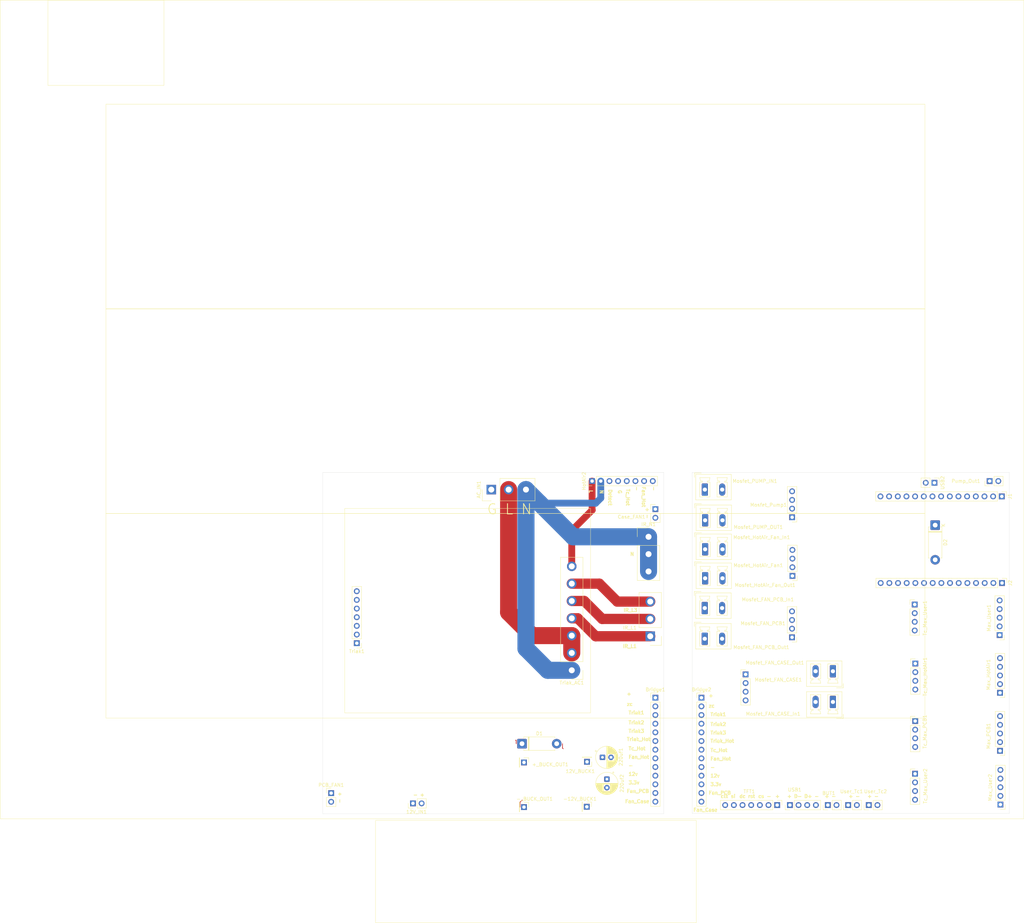
<source format=kicad_pcb>
(kicad_pcb (version 20241229) (generator "pcbnew") (generator_version "9.0")
  (layers (0 "F.Cu" signal) (2 "B.Cu" signal) (13 "F.Paste" user) (15 "B.Paste" user) (5 "F.SilkS" user "F.Silkscreen") (7 "B.SilkS" user "B.Silkscreen") (1 "F.Mask" user) (3 "B.Mask" user) (25 "Edge.Cuts" user))
  (net 0 "")
  (net 1 "TFT_CS")
  (net 2 "TFT_RST")
  (net 3 "Buttons")
  (net 4 "3.3v")
  (net 5 "TFT_DC")
  (net 8 "TFT_MOSI")
  (net 9 "TFT_CLK")
  (net 10 "PWM_Pump")
  (net 11 "So_Max")
  (net 12 "cs_Max3")
  (net 13 "sck_Max")
  (net 15 "Net-(+_BUCK_OUT1-Pin_1)")
  (net 16 "PUMP_p")
  (net 18 "IR_1_L")
  (net 19 "IR_2_L")
  (net 20 "IR_3_L")
  (net 21 "N")
  (net 22 "L")
  (net 23 "HotAir_L")
  (net 24 "Ziemia")
  (net 26 "PCB_FAN_Z")
  (net 27 "12V_P_Z")
  (net 28 "12V_GND_Z")
  (net 29 "HotAir_Tc_P_Z")
  (net 30 "Buck_5v_P_Z")
  (net 31 "ZC_Z")
  (net 32 "IR_TRIAK_3_Z")
  (net 33 "IR_TRIAK_1_Z")
  (net 34 "HotAir_Fan_P_Z")
  (net 35 "IR_TRIAK_2_Z")
  (net 36 "HotAir_Triak_1_Z")
  (net 37 "ESP_3V3_Z")
  (net 38 "Case_FAN_Z")
  (net 39 "Buck_5v_P_M")
  (net 40 "HotAir_Fan_P_M")
  (net 41 "12V_GND_M")
  (net 42 "12V_P_M")
  (net 47 "PCB_FAN_M")
  (net 48 "HotAir_Tc_P_M")
  (net 49 "Case_FAN_M")
  (net 50 "PWM_HotAir_Fan")
  (net 51 "cs_Max_HotAir")
  (net 52 "cs_Max_PCB")
  (net 53 "PWM_FAN_CASE")
  (net 57 "PWM_FAN_PCB")
  (net 59 "Net-(D2-A)")
  (net 60 "Data_P")
  (net 61 "Data_M")
  (net 62 "ZC_M")
  (net 63 "HotAir_Triak_1_M")
  (net 64 "IR_TRIAK_2_M")
  (net 65 "IR_TRIAK_1_M")
  (net 66 "IR_TRIAK_3_M")
  (net 67 "IR_TRIAK_1_m")
  (net 69 "User_TC_P_M")
  (net 70 "1_PCB_Tc_P_M")
  (net 77 "cs_Max4")
  (net 80 "User2_TC_P_M")
  (footprint "Connector_Samtec_HPM_THT:Samtec_HPM-03-01-x-S_Straight_1x03_Pitch5.08mm" (layer "F.Cu") (at 237 325.34)
    (property "Reference" "IR_N1" (at 0 -3.65 0) (layer "F.SilkS"))
    (property "Value" "Conn_01x03_Pin" (hide yes))
    (pad "1" thru_hole rect (at 0 0) (size 2.8 2.8) (drill 1.75) (layers "*.Cu" "*.Mask") (net 21 "N"))
    (pad "2" thru_hole circle (at 0 5.08) (size 2.8 2.8) (drill 1.75) (layers "*.Cu" "*.Mask") (net 21 "N"))
    (pad "3" thru_hole circle (at 0 10.16) (size 2.8 2.8) (drill 1.75) (layers "*.Cu" "*.Mask") (net 21 "N"))
  )
  (footprint "Connector_PinHeader_2.54mm:PinHeader_1x02_P2.54mm_Vertical" (layer "F.Cu") (at 289.54 404 90)
    (property "Reference" "BUT1" (at 3.5 0.275 180) (layer "F.SilkS"))
    (property "Value" "Conn_01x02_Pin" (hide yes))
    (pad "1" thru_hole rect (at 0 0 90) (size 1.7 1.7) (drill 1) (layers "*.Cu" "*.Mask") (net 3 "Buttons"))
    (pad "2" thru_hole circle (at 0 2.54 90) (size 1.7 1.7) (drill 1) (layers "*.Cu" "*.Mask") (net 41 "12V_GND_M"))
  )
  (footprint "Connector_PinHeader_2.54mm:PinHeader_1x04_P2.54mm_Vertical" (layer "F.Cu") (at 278.42 404 90)
    (property "Reference" "USB1" (at 4.5 1.395 180) (layer "F.SilkS"))
    (property "Value" "Conn_01x04_Pin" (hide yes))
    (pad "1" thru_hole rect (at 0 0 90) (size 1.7 1.7) (drill 1) (layers "*.Cu" "*.Mask") (net 59 "Net-(D2-A)"))
    (pad "2" thru_hole circle (at 0 2.54 90) (size 1.7 1.7) (drill 1) (layers "*.Cu" "*.Mask") (net 61 "Data_M"))
    (pad "3" thru_hole circle (at 0 5.08 90) (size 1.7 1.7) (drill 1) (layers "*.Cu" "*.Mask") (net 60 "Data_P"))
    (pad "4" thru_hole circle (at 0 7.62 90) (size 1.7 1.7) (drill 1) (layers "*.Cu" "*.Mask") (net 41 "12V_GND_M"))
  )
  (footprint "Diode_THT:D_5W_P10.16mm_Horizontal" (layer "F.Cu") (at 199.92 386)
    (property "Reference" "D1" (at 5.08 -2.97 0) (layer "F.SilkS"))
    (property "Value" "D_Zener")
    (pad "1" thru_hole roundrect (at 0 0) (size 2.8 2.8) (drill 1.4) (layers "*.Cu" "*.Mask") (roundrect_rratio 0.089286) (net 30 "Buck_5v_P_Z"))
    (pad "2" thru_hole circle (at 10.16 0) (size 2.8 2.8) (drill 1.4) (layers "*.Cu" "*.Mask") (net 15 "Net-(+_BUCK_OUT1-Pin_1)"))
  )
  (footprint "Connector_PinHeader_2.54mm:PinHeader_1x01_P2.54mm_Vertical" (layer "F.Cu") (at 218.97 391.31 180)
    (property "Reference" "12V_BUCK1" (at 1.97 -2.79 180) (layer "F.SilkS"))
    (property "Value" "Conn_01x01_Pin" (hide yes))
    (pad "1" thru_hole rect (at 0 0 180) (size 1.7 1.7) (drill 1) (layers "*.Cu" "*.Mask") (net 27 "12V_P_Z"))
  )
  (footprint "Connector_PinHeader_2.54mm:PinHeader_1x04_P2.54mm_Vertical" (layer "F.Cu") (at 315.175587 362.492803)
    (property "Reference" "Tc_Max_HotAir1" (at 2.849413 3.882197 90) (layer "F.SilkS"))
    (property "Value" "Conn_01x04_Pin" (hide yes))
    (pad "1" thru_hole rect (at 0 0) (size 1.7 1.7) (drill 1) (layers "*.Cu" "*.Mask") (net 41 "12V_GND_M"))
    (pad "2" thru_hole circle (at 0 2.54) (size 1.7 1.7) (drill 1) (layers "*.Cu" "*.Mask"))
    (pad "3" thru_hole circle (at 0 5.08) (size 1.7 1.7) (drill 1) (layers "*.Cu" "*.Mask"))
    (pad "4" thru_hole circle (at 0 7.62) (size 1.7 1.7) (drill 1) (layers "*.Cu" "*.Mask") (net 48 "HotAir_Tc_P_M"))
  )
  (footprint "Connector_PinHeader_2.54mm:PinHeader_1x05_P2.54mm_Vertical" (layer "F.Cu") (at 340 371.08 180)
    (property "Reference" "Max_HotAir1" (at 3.395 5.34 90) (layer "F.SilkS"))
    (property "Value" "Conn_01x05" (hide yes))
    (pad "1" thru_hole rect (at 0 0 180) (size 1.7 1.7) (drill 1) (layers "*.Cu" "*.Mask") (net 41 "12V_GND_M"))
    (pad "2" thru_hole circle (at 0 2.54 180) (size 1.7 1.7) (drill 1) (layers "*.Cu" "*.Mask") (net 4 "3.3v"))
    (pad "3" thru_hole circle (at 0 5.08 180) (size 1.7 1.7) (drill 1) (layers "*.Cu" "*.Mask") (net 13 "sck_Max"))
    (pad "4" thru_hole circle (at 0 7.62 180) (size 1.7 1.7) (drill 1) (layers "*.Cu" "*.Mask") (net 51 "cs_Max_HotAir"))
    (pad "5" thru_hole circle (at 0 10.16 180) (size 1.7 1.7) (drill 1) (layers "*.Cu" "*.Mask") (net 11 "So_Max"))
  )
  (footprint "Connector_PinHeader_2.54mm:PinHeader_1x13_P2.54mm_Vertical" (layer "F.Cu") (at 239 372.52)
    (property "Reference" "Bridge1" (at 0 -2.38 0) (layer "F.SilkS"))
    (property "Value" "Conn_01x13_Pin" (hide yes))
    (pad "1" thru_hole rect (at 0 0) (size 1.7 1.7) (drill 1) (layers "*.Cu" "*.Mask") (net 30 "Buck_5v_P_Z"))
    (pad "2" thru_hole circle (at 0 2.54) (size 1.7 1.7) (drill 1) (layers "*.Cu" "*.Mask") (net 31 "ZC_Z"))
    (pad "3" thru_hole circle (at 0 5.08) (size 1.7 1.7) (drill 1) (layers "*.Cu" "*.Mask") (net 67 "IR_TRIAK_1_m"))
    (pad "4" thru_hole circle (at 0 7.62) (size 1.7 1.7) (drill 1) (layers "*.Cu" "*.Mask") (net 35 "IR_TRIAK_2_Z"))
    (pad "5" thru_hole circle (at 0 10.16) (size 1.7 1.7) (drill 1) (layers "*.Cu" "*.Mask") (net 32 "IR_TRIAK_3_Z"))
    (pad "6" thru_hole circle (at 0 12.7) (size 1.7 1.7) (drill 1) (layers "*.Cu" "*.Mask") (net 36 "HotAir_Triak_1_Z"))
    (pad "7" thru_hole circle (at 0 15.24) (size 1.7 1.7) (drill 1) (layers "*.Cu" "*.Mask") (net 29 "HotAir_Tc_P_Z"))
    (pad "8" thru_hole circle (at 0 17.78) (size 1.7 1.7) (drill 1) (layers "*.Cu" "*.Mask") (net 34 "HotAir_Fan_P_Z"))
    (pad "9" thru_hole circle (at 0 20.32) (size 1.7 1.7) (drill 1) (layers "*.Cu" "*.Mask") (net 28 "12V_GND_Z"))
    (pad "10" thru_hole circle (at 0 22.86) (size 1.7 1.7) (drill 1) (layers "*.Cu" "*.Mask") (net 27 "12V_P_Z"))
    (pad "11" thru_hole circle (at 0 25.4) (size 1.7 1.7) (drill 1) (layers "*.Cu" "*.Mask") (net 37 "ESP_3V3_Z"))
    (pad "12" thru_hole circle (at 0 27.94) (size 1.7 1.7) (drill 1) (layers "*.Cu" "*.Mask") (net 26 "PCB_FAN_Z"))
    (pad "13" thru_hole circle (at 0 30.48) (size 1.7 1.7) (drill 1) (layers "*.Cu" "*.Mask") (net 38 "Case_FAN_Z"))
  )
  (footprint "Connector_Phoenix_MC_HighVoltage:PhoenixContact_MCV_1,5_2-G-5.08_1x02_P5.08mm_Vertical" (layer "F.Cu") (at 291.0275 373.7625 180)
    (property "Reference" "Mosfet_FAN_CASE_In1" (at 17.5 -3.5 0) (layer "F.SilkS"))
    (property "Value" "Conn_01x02_Pin" (hide yes))
    (pad "1" thru_hole roundrect (at 0 0 180) (size 1.8 3.6) (drill 1.2) (layers "*.Cu" "*.Mask") (roundrect_rratio 0.138889) (net 42 "12V_P_M"))
    (pad "2" thru_hole oval (at 5.08 0 180) (size 1.8 3.6) (drill 1.2) (layers "*.Cu" "*.Mask") (net 41 "12V_GND_M"))
  )
  (footprint "Connector_PinHeader_2.54mm:PinHeader_1x15_P2.54mm_Vertical" (layer "F.Cu") (at 340.52 313.5 -90)
    (property "Reference" "J1" (at 0 -2.38 90) (layer "F.SilkS"))
    (property "Value" "Conn_01x15_Socket" (hide yes))
    (pad "1" thru_hole rect (at 0 0 270) (size 1.7 1.7) (drill 1) (layers "*.Cu" "*.Mask") (net 4 "3.3v"))
    (pad "2" thru_hole circle (at 0 2.54 270) (size 1.7 1.7) (drill 1) (layers "*.Cu" "*.Mask") (net 41 "12V_GND_M"))
    (pad "3" thru_hole circle (at 0 5.08 270) (size 1.7 1.7) (drill 1) (layers "*.Cu" "*.Mask") (net 1 "TFT_CS"))
    (pad "4" thru_hole circle (at 0 7.62 270) (size 1.7 1.7) (drill 1) (layers "*.Cu" "*.Mask") (net 5 "TFT_DC"))
    (pad "5" thru_hole circle (at 0 10.16 270) (size 1.7 1.7) (drill 1) (layers "*.Cu" "*.Mask") (net 2 "TFT_RST"))
    (pad "6" thru_hole circle (at 0 12.7 270) (size 1.7 1.7) (drill 1) (layers "*.Cu" "*.Mask"))
    (pad "7" thru_hole circle (at 0 15.24 270) (size 1.7 1.7) (drill 1) (layers "*.Cu" "*.Mask") (net 77 "cs_Max4"))
    (pad "8" thru_hole circle (at 0 17.78 270) (size 1.7 1.7) (drill 1) (layers "*.Cu" "*.Mask") (net 53 "PWM_FAN_CASE"))
    (pad "9" thru_hole circle (at 0 20.32 270) (size 1.7 1.7) (drill 1) (layers "*.Cu" "*.Mask") (net 9 "TFT_CLK"))
    (pad "10" thru_hole circle (at 0 22.86 270) (size 1.7 1.7) (drill 1) (layers "*.Cu" "*.Mask") (net 63 "HotAir_Triak_1_M"))
    (pad "11" thru_hole circle (at 0 25.4 270) (size 1.7 1.7) (drill 1) (layers "*.Cu" "*.Mask") (net 65 "IR_TRIAK_1_M"))
    (pad "12" thru_hole circle (at 0 27.94 270) (size 1.7 1.7) (drill 1) (layers "*.Cu" "*.Mask"))
    (pad "13" thru_hole circle (at 0 30.48 270) (size 1.7 1.7) (drill 1) (layers "*.Cu" "*.Mask"))
    (pad "14" thru_hole circle (at 0 33.02 270) (size 1.7 1.7) (drill 1) (layers "*.Cu" "*.Mask") (net 64 "IR_TRIAK_2_M"))
    (pad "15" thru_hole circle (at 0 35.56 270) (size 1.7 1.7) (drill 1) (layers "*.Cu" "*.Mask") (net 8 "TFT_MOSI"))
  )
  (footprint "Connector_PinHeader_2.54mm:PinHeader_1x02_P2.54mm_Vertical" (layer "F.Cu") (at 320.775 309.5 -90)
    (property "Reference" "USB2" (at 0 -2.38 90) (layer "F.SilkS"))
    (property "Value" "Conn_01x02_Pin" (hide yes))
    (pad "1" thru_hole rect (at 0 0 270) (size 1.7 1.7) (drill 1) (layers "*.Cu" "*.Mask") (net 60 "Data_P"))
    (pad "2" thru_hole circle (at 0 2.54 270) (size 1.7 1.7) (drill 1) (layers "*.Cu" "*.Mask") (net 61 "Data_M"))
  )
  (footprint "Connector_PinHeader_2.54mm:PinHeader_1x04_P2.54mm_Vertical" (layer "F.Cu") (at 279.08 319.62 180)
    (property "Reference" "Mosfet_Pump1" (at 6.92 3.62 0) (layer "F.SilkS"))
    (property "Value" "Conn_01x04_Pin" (hide yes))
    (pad "1" thru_hole rect (at 0 0 180) (size 1.7 1.7) (drill 1) (layers "*.Cu" "*.Mask") (net 10 "PWM_Pump"))
    (pad "2" thru_hole circle (at 0 2.54 180) (size 1.7 1.7) (drill 1) (layers "*.Cu" "*.Mask"))
    (pad "3" thru_hole circle (at 0 5.08 180) (size 1.7 1.7) (drill 1) (layers "*.Cu" "*.Mask"))
    (pad "4" thru_hole circle (at 0 7.62 180) (size 1.7 1.7) (drill 1) (layers "*.Cu" "*.Mask") (net 41 "12V_GND_M"))
  )
  (footprint "Connector_PinHeader_2.54mm:PinHeader_1x08_P2.54mm_Vertical" (layer "F.Cu") (at 220.46 309 90)
    (property "Reference" "HotAir2" (at 0 -2.38 90) (layer "F.SilkS"))
    (property "Value" "Conn_01x08_Pin" (hide yes))
    (pad "1" thru_hole rect (at 0 0 90) (size 1.7 1.7) (drill 1) (layers "*.Cu" "*.Mask") (net 23 "HotAir_L"))
    (pad "2" thru_hole circle (at 0 2.54 90) (size 1.7 1.7) (drill 1) (layers "*.Cu" "*.Mask") (net 21 "N"))
    (pad "3" thru_hole circle (at 0 5.08 90) (size 1.7 1.7) (drill 1) (layers "*.Cu" "*.Mask"))
    (pad "4" thru_hole circle (at 0 7.62 90) (size 1.7 1.7) (drill 1) (layers "*.Cu" "*.Mask") (net 24 "Ziemia"))
    (pad "5" thru_hole circle (at 0 10.16 90) (size 1.7 1.7) (drill 1) (layers "*.Cu" "*.Mask") (net 29 "HotAir_Tc_P_Z"))
    (pad "6" thru_hole circle (at 0 12.7 90) (size 1.7 1.7) (drill 1) (layers "*.Cu" "*.Mask") (net 28 "12V_GND_Z"))
    (pad "7" thru_hole circle (at 0 15.24 90) (size 1.7 1.7) (drill 1) (layers "*.Cu" "*.Mask") (net 34 "HotAir_Fan_P_Z"))
    (pad "8" thru_hole circle (at 0 17.78 90) (size 1.7 1.7) (drill 1) (layers "*.Cu" "*.Mask") (net 28 "12V_GND_Z"))
  )
  (footprint "Connector_PinHeader_2.54mm:PinHeader_1x02_P2.54mm_Vertical" (layer "F.Cu") (at 144 400.5)
    (property "Reference" "PCB_FAN1" (at 0 -2.38 0) (layer "F.SilkS"))
    (property "Value" "Conn_01x02_Pin" (hide yes))
    (pad "1" thru_hole rect (at 0 0) (size 1.7 1.7) (drill 1) (layers "*.Cu" "*.Mask") (net 26 "PCB_FAN_Z"))
    (pad "2" thru_hole circle (at 0 2.54) (size 1.7 1.7) (drill 1) (layers "*.Cu" "*.Mask") (net 28 "12V_GND_Z"))
  )
  (footprint "Connector_Phoenix_MC_HighVoltage:PhoenixContact_MCV_1,5_2-G-5.08_1x02_P5.08mm_Vertical" (layer "F.Cu") (at 291.0275 364.7625 180)
    (property "Reference" "Mosfet_FAN_CASE_Out1" (at 17 2.5 0) (layer "F.SilkS"))
    (property "Value" "Conn_01x02_Pin" (hide yes))
    (pad "1" thru_hole roundrect (at 0 0 180) (size 1.8 3.6) (drill 1.2) (layers "*.Cu" "*.Mask") (roundrect_rratio 0.138889) (net 49 "Case_FAN_M"))
    (pad "2" thru_hole oval (at 5.08 0 180) (size 1.8 3.6) (drill 1.2) (layers "*.Cu" "*.Mask") (net 41 "12V_GND_M"))
  )
  (footprint "Connector_PinHeader_2.54mm:PinHeader_1x01_P2.54mm_Vertical" (layer "F.Cu") (at 200.5 404.6 -90)
    (property "Reference" "-_BUCK_OUT1" (at -2.4 -3.1 180) (layer "F.SilkS"))
    (property "Value" "Conn_01x01_Pin" (hide yes))
    (pad "1" thru_hole rect (at 0 0 270) (size 1.7 1.7) (drill 1) (layers "*.Cu" "*.Mask") (net 28 "12V_GND_Z"))
  )
  (footprint "Connector_Phoenix_MC_HighVoltage:PhoenixContact_MCV_1,5_2-G-5.08_1x02_P5.08mm_Vertical" (layer "F.Cu") (at 253.58 337.5)
    (property "Reference" "Mosfet_HotAir_Fan_Out1" (at 17.58 2 0) (layer "F.SilkS"))
    (property "Value" "Conn_01x02_Pin" (hide yes))
    (pad "1" thru_hole roundrect (at 0 0) (size 1.8 3.6) (drill 1.2) (layers "*.Cu" "*.Mask") (roundrect_rratio 0.138889) (net 40 "HotAir_Fan_P_M"))
    (pad "2" thru_hole oval (at 5.08 0) (size 1.8 3.6) (drill 1.2) (layers "*.Cu" "*.Mask") (net 41 "12V_GND_M"))
  )
  (footprint "Diode_THT:D_5W_P10.16mm_Horizontal" (layer "F.Cu") (at 321 321.92 -90)
    (property "Reference" "D2" (at 5.08 -2.97 90) (layer "F.SilkS"))
    (property "Value" "D_Zener" (hide yes))
    (fp_text user "K" (at 0 -2.4 90) (layer "F.SilkS"))
    (pad "1" thru_hole roundrect (at 0 0 270) (size 2.8 2.8) (drill 1.4) (layers "*.Cu" "*.Mask") (roundrect_rratio 0.089286) (net 39 "Buck_5v_P_M"))
    (pad "2" thru_hole circle (at 10.16 0 270) (size 2.8 2.8) (drill 1.4) (layers "*.Cu" "*.Mask") (net 59 "Net-(D2-A)"))
  )
  (footprint "Connector_PinHeader_2.54mm:PinHeader_1x05_P2.54mm_Vertical" (layer "F.Cu") (at 340.11 403.85 180)
    (property "Reference" "Max_User2" (at 3 5 90) (layer "F.SilkS"))
    (property "Value" "Conn_01x05" (hide yes))
    (pad "1" thru_hole rect (at 0 0 180) (size 1.7 1.7) (drill 1) (layers "*.Cu" "*.Mask") (net 41 "12V_GND_M"))
    (pad "2" thru_hole circle (at 0 2.54 180) (size 1.7 1.7) (drill 1) (layers "*.Cu" "*.Mask") (net 4 "3.3v"))
    (pad "3" thru_hole circle (at 0 5.08 180) (size 1.7 1.7) (drill 1) (layers "*.Cu" "*.Mask") (net 13 "sck_Max"))
    (pad "4" thru_hole circle (at 0 7.62 180) (size 1.7 1.7) (drill 1) (layers "*.Cu" "*.Mask") (net 77 "cs_Max4"))
    (pad "5" thru_hole circle (at 0 10.16 180) (size 1.7 1.7) (drill 1) (layers "*.Cu" "*.Mask") (net 11 "So_Max"))
  )
  (footprint "Connector_PinHeader_2.54mm:PinHeader_1x05_P2.54mm_Vertical" (layer "F.Cu") (at 339.89 354.15 180)
    (property "Reference" "Max_User1" (at 3.15 5.015 90) (layer "F.SilkS"))
    (property "Value" "Conn_01x05" (hide yes))
    (pad "1" thru_hole rect (at 0 0 180) (size 1.7 1.7) (drill 1) (layers "*.Cu" "*.Mask") (net 41 "12V_GND_M"))
    (pad "2" thru_hole circle (at 0 2.54 180) (size 1.7 1.7) (drill 1) (layers "*.Cu" "*.Mask") (net 4 "3.3v"))
    (pad "3" thru_hole circle (at 0 5.08 180) (size 1.7 1.7) (drill 1) (layers "*.Cu" "*.Mask") (net 13 "sck_Max"))
    (pad "4" thru_hole circle (at 0 7.62 180) (size 1.7 1.7) (drill 1) (layers "*.Cu" "*.Mask") (net 12 "cs_Max3"))
    (pad "5" thru_hole circle (at 0 10.16 180) (size 1.7 1.7) (drill 1) (layers "*.Cu" "*.Mask") (net 11 "So_Max"))
  )
  (footprint "Connector_PinHeader_2.54mm:PinHeader_1x04_P2.54mm_Vertical" (layer "F.Cu") (at 279.16 336.81 180)
    (property "Reference" "Mosfet_HotAir_Fan1" (at 10 3.08 0) (layer "F.SilkS"))
    (property "Value" "Conn_01x04_Pin" (hide yes))
    (pad "1" thru_hole rect (at 0 0 180) (size 1.7 1.7) (drill 1) (layers "*.Cu" "*.Mask") (net 50 "PWM_HotAir_Fan"))
    (pad "2" thru_hole circle (at 0 2.54 180) (size 1.7 1.7) (drill 1) (layers "*.Cu" "*.Mask"))
    (pad "3" thru_hole circle (at 0 5.08 180) (size 1.7 1.7) (drill 1) (layers "*.Cu" "*.Mask"))
    (pad "4" thru_hole circle (at 0 7.62 180) (size 1.7 1.7) (drill 1) (layers "*.Cu" "*.Mask") (net 41 "12V_GND_M"))
  )
  (footprint "Connector_PinHeader_2.54mm:PinHeader_1x04_P2.54mm_Vertical" (layer "F.Cu") (at 315.146615 379.347693)
    (property "Reference" "Tc_Max_PCB1" (at 2.823385 3.162307 90) (layer "F.SilkS"))
    (property "Value" "Conn_01x04_Pin" (hide yes))
    (pad "1" thru_hole rect (at 0 0) (size 1.7 1.7) (drill 1) (layers "*.Cu" "*.Mask") (net 41 "12V_GND_M"))
    (pad "2" thru_hole circle (at 0 2.54) (size 1.7 1.7) (drill 1) (layers "*.Cu" "*.Mask"))
    (pad "3" thru_hole circle (at 0 5.08) (size 1.7 1.7) (drill 1) (layers "*.Cu" "*.Mask"))
    (pad "4" thru_hole circle (at 0 7.62) (size 1.7 1.7) (drill 1) (layers "*.Cu" "*.Mask") (net 70 "1_PCB_Tc_P_M"))
  )
  (footprint "Connector_PinHeader_2.54mm:PinHeader_1x15_P2.54mm_Vertical" (layer "F.Cu") (at 340.5901 338.8884 -90)
    (property "Reference" "J2" (at 0 -2.38 90) (layer "F.SilkS"))
    (property "Value" "Conn_01x15_Socket" (hide yes))
    (pad "1" thru_hole rect (at 0 0 270) (size 1.7 1.7) (drill 1) (layers "*.Cu" "*.Mask") (net 39 "Buck_5v_P_M"))
    (pad "2" thru_hole circle (at 0 2.54 270) (size 1.7 1.7) (drill 1) (layers "*.Cu" "*.Mask") (net 41 "12V_GND_M"))
    (pad "3" thru_hole circle (at 0 5.08 270) (size 1.7 1.7) (drill 1) (layers "*.Cu" "*.Mask") (net 66 "IR_TRIAK_3_M"))
    (pad "4" thru_hole circle (at 0 7.62 270) (size 1.7 1.7) (drill 1) (layers "*.Cu" "*.Mask") (net 57 "PWM_FAN_PCB"))
    (pad "5" thru_hole circle (at 0 10.16 270) (size 1.7 1.7) (drill 1) (layers "*.Cu" "*.Mask") (net 13 "sck_Max"))
    (pad "6" thru_hole circle (at 0 12.7 270) (size 1.7 1.7) (drill 1) (layers "*.Cu" "*.Mask") (net 50 "PWM_HotAir_Fan"))
    (pad "7" thru_hole circle (at 0 15.24 270) (size 1.7 1.7) (drill 1) (layers "*.Cu" "*.Mask") (net 10 "PWM_Pump"))
    (pad "8" thru_hole circle (at 0 17.78 270) (size 1.7 1.7) (drill 1) (layers "*.Cu" "*.Mask") (net 12 "cs_Max3"))
    (pad "9" thru_hole circle (at 0 20.32 270) (size 1.7 1.7) (drill 1) (layers "*.Cu" "*.Mask") (net 51 "cs_Max_HotAir"))
    (pad "10" thru_hole circle (at 0 22.86 270) (size 1.7 1.7) (drill 1) (layers "*.Cu" "*.Mask") (net 52 "cs_Max_PCB"))
    (pad "11" thru_hole circle (at 0 25.4 270) (size 1.7 1.7) (drill 1) (layers "*.Cu" "*.Mask") (net 11 "So_Max"))
    (pad "12" thru_hole circle (at 0 27.94 270) (size 1.7 1.7) (drill 1) (layers "*.Cu" "*.Mask"))
    (pad "13" thru_hole circle (at 0 30.48 270) (size 1.7 1.7) (drill 1) (layers "*.Cu" "*.Mask") (net 3 "Buttons"))
    (pad "14" thru_hole circle (at 0 33.02 270) (size 1.7 1.7) (drill 1) (layers "*.Cu" "*.Mask") (net 62 "ZC_M"))
    (pad "15" thru_hole circle (at 0 35.56 270) (size 1.7 1.7) (drill 1) (layers "*.Cu" "*.Mask"))
  )
  (footprint "Connector_PinHeader_2.54mm:PinHeader_1x02_P2.54mm_Vertical" (layer "F.Cu") (at 336.96 309 90)
    (property "Reference" "Pump_Out1" (at 0 -6.96 180) (layer "F.SilkS"))
    (property "Value" "Conn_01x02_Pin" (hide yes))
    (pad "1" thru_hole rect (at 0 0 90) (size 1.7 1.7) (drill 1) (layers "*.Cu" "*.Mask") (net 16 "PUMP_p"))
    (pad "2" thru_hole circle (at 0 2.54 90) (size 1.7 1.7) (drill 1) (layers "*.Cu" "*.Mask") (net 41 "12V_GND_M"))
  )
  (footprint "Connector_Phoenix_MC_HighVoltage:PhoenixContact_MCV_1,5_2-G-5.08_1x02_P5.08mm_Vertical" (layer "F.Cu") (at 253.4725 355.2375)
    (property "Reference" "Mosfet_FAN_PCB_Out1" (at 16.58 2.5 0) (layer "F.SilkS"))
    (property "Value" "Conn_01x02_Pin" (hide yes))
    (pad "1" thru_hole roundrect (at 0 0) (size 1.8 3.6) (drill 1.2) (layers "*.Cu" "*.Mask") (roundrect_rratio 0.138889) (net 47 "PCB_FAN_M"))
    (pad "2" thru_hole oval (at 5.08 0) (size 1.8 3.6) (drill 1.2) (layers "*.Cu" "*.Mask") (net 41 "12V_GND_M"))
  )
  (footprint "Connector_PinHeader_2.54mm:PinHeader_1x04_P2.54mm_Vertical" (layer "F.Cu") (at 315.11 394.81)
    (property "Reference" "Tc_Max_User2" (at 3 3.62 90) (layer "F.SilkS"))
    (property "Value" "Conn_01x04_Pin" (hide yes))
    (pad "1" thru_hole rect (at 0 0) (size 1.7 1.7) (drill 1) (layers "*.Cu" "*.Mask") (net 41 "12V_GND_M"))
    (pad "2" thru_hole circle (at 0 2.54) (size 1.7 1.7) (drill 1) (layers "*.Cu" "*.Mask"))
    (pad "3" thru_hole circle (at 0 5.08) (size 1.7 1.7) (drill 1) (layers "*.Cu" "*.Mask"))
    (pad "4" thru_hole circle (at 0 7.62) (size 1.7 1.7) (drill 1) (layers "*.Cu" "*.Mask") (net 80 "User2_TC_P_M"))
  )
  (footprint "Connector_PinHeader_2.54mm:PinHeader_1x02_P2.54mm_Vertical" (layer "F.Cu") (at 301.54 404 90)
    (property "Reference" "User_Tc2" (at 4 1.96 180) (layer "F.SilkS"))
    (property "Value" "Conn_01x02_Pin" (hide yes))
    (pad "1" thru_hole rect (at 0 0 90) (size 1.7 1.7) (drill 1) (layers "*.Cu" "*.Mask") (net 80 "User2_TC_P_M"))
    (pad "2" thru_hole circle (at 0 2.54 90) (size 1.7 1.7) (drill 1) (layers "*.Cu" "*.Mask") (net 41 "12V_GND_M"))
  )
  (footprint "Connector_Phoenix_MC_HighVoltage:PhoenixContact_MCV_1,5_2-G-5.08_1x02_P5.08mm_Vertical" (layer "F.Cu") (at 253.5 311.5)
    (property "Reference" "Mosfet_PUMP_IN1" (at 14.66 -2.5 0) (layer "F.SilkS"))
    (property "Value" "Conn_01x02_Pin" (hide yes))
    (pad "1" thru_hole roundrect (at 0 0) (size 1.8 3.6) (drill 1.2) (layers "*.Cu" "*.Mask") (roundrect_rratio 0.138889) (net 42 "12V_P_M"))
    (pad "2" thru_hole oval (at 5.08 0) (size 1.8 3.6) (drill 1.2) (layers "*.Cu" "*.Mask") (net 41 "12V_GND_M"))
  )
  (footprint "Connector_Samtec_HPM_THT:Samtec_HPM-03-01-x-S_Straight_1x03_Pitch5.08mm" (layer "F.Cu") (at 237.5 354.5 180)
    (property "Reference" "IR_L1" (at 6 2.5 0) (layer "F.SilkS"))
    (property "Value" "Conn_01x03_Pin" (hide yes))
    (pad "1" thru_hole rect (at 0 0 180) (size 2.8 2.8) (drill 1.75) (layers "*.Cu" "*.Mask") (net 18 "IR_1_L"))
    (pad "2" thru_hole circle (at 0 5.08 180) (size 2.8 2.8) (drill 1.75) (layers "*.Cu" "*.Mask") (net 19 "IR_2_L"))
    (pad "3" thru_hole circle (at 0 10.16 180) (size 2.8 2.8) (drill 1.75) (layers "*.Cu" "*.Mask") (net 20 "IR_3_L"))
  )
  (footprint "Connector_PinHeader_2.54mm:PinHeader_1x13_P2.54mm_Vertical" (layer "F.Cu") (at 252.5 372.52)
    (property "Reference" "Bridge2" (at 0 -2.38 0) (layer "F.SilkS"))
    (property "Value" "Conn_01x13_Pin" (hide yes))
    (pad "1" thru_hole rect (at 0 0) (size 1.7 1.7) (drill 1) (layers "*.Cu" "*.Mask") (net 39 "Buck_5v_P_M"))
    (pad "2" thru_hole circle (at 0 2.54) (size 1.7 1.7) (drill 1) (layers "*.Cu" "*.Mask") (net 62 "ZC_M"))
    (pad "3" thru_hole circle (at 0 5.08) (size 1.7 1.7) (drill 1) (layers "*.Cu" "*.Mask") (net 65 "IR_TRIAK_1_M"))
    (pad "4" thru_hole circle (at 0 7.62) (size 1.7 1.7) (drill 1) (layers "*.Cu" "*.Mask") (net 64 "IR_TRIAK_2_M"))
    (pad "5" thru_hole circle (at 0 10.16) (size 1.7 1.7) (drill 1) (layers "*.Cu" "*.Mask") (net 66 "IR_TRIAK_3_M"))
    (pad "6" thru_hole circle (at 0 12.7) (size 1.7 1.7) (drill 1) (layers "*.Cu" "*.Mask") (net 63 "HotAir_Triak_1_M"))
    (pad "7" thru_hole circle (at 0 15.24) (size 1.7 1.7) (drill 1) (layers "*.Cu" "*.Mask") (net 48 "HotAir_Tc_P_M"))
    (pad "8" thru_hole circle (at 0 17.78) (size 1.7 1.7) (drill 1) (layers "*.Cu" "*.Mask") (net 40 "HotAir_Fan_P_M"))
    (pad "9" thru_hole circle (at 0 20.32) (size 1.7 1.7) (drill 1) (layers "*.Cu" "*.Mask") (net 41 "12V_GND_M"))
    (pad "10" thru_hole circle (at 0 22.86) (size 1.7 1.7) (drill 1) (layers "*.Cu" "*.Mask") (net 42 "12V_P_M"))
    (pad "11" thru_hole circle (at 0 25.4) (size 1.7 1.7) (drill 1) (layers "*.Cu" "*.Mask") (net 4 "3.3v"))
    (pad "12" thru_hole circle (at 0 27.94) (size 1.7 1.7) (drill 1) (layers "*.Cu" "*.Mask") (net 47 "PCB_FAN_M"))
    (pad "13" thru_hole circle (at 0 30.48) (size 1.7 1.7) (drill 1) (layers "*.Cu" "*.Mask") (net 49 "Case_FAN_M"))
  )
  (footprint "Connector_PinHeader_2.54mm:PinHeader_1x01_P2.54mm_Vertical" (layer "F.Cu") (at 218.9 404.5 -90)
    (property "Reference" "-12V_BUCK1" (at -2.3 2 180) (layer "F.SilkS"))
    (property "Value" "Conn_01x01_Pin" (hide yes))
    (pad "1" thru_hole rect (at 0 0 270) (size 1.7 1.7) (drill 1) (layers "*.Cu" "*.Mask") (net 28 "12V_GND_Z"))
  )
  (footprint "Connector_PinHeader_2.54mm:PinHeader_1x02_P2.54mm_Vertical" (layer "F.Cu") (at 167.96 403.5 90)
    (property "Reference" "12V_IN1" (at -2.5 1.04 180) (layer "F.SilkS"))
    (property "Value" "Conn_01x02_Pin" (hide yes))
    (pad "1" thru_hole rect (at 0 0 90) (size 1.7 1.7) (drill 1) (layers "*.Cu" "*.Mask") (net 28 "12V_GND_Z"))
    (pad "2" thru_hole circle (at 0 2.54 90) (size 1.7 1.7) (drill 1) (layers "*.Cu" "*.Mask") (net 27 "12V_P_Z"))
  )
  (footprint "Connector_PinHeader_2.54mm:PinHeader_1x04_P2.54mm_Vertical" (layer "F.Cu") (at 279.0525 354.8175 180)
    (property "Reference" "Mosfet_FAN_PCB1" (at 8.5 4.08 0) (layer "F.SilkS"))
    (property "Value" "Conn_01x04_Pin" (hide yes))
    (pad "1" thru_hole rect (at 0 0 180) (size 1.7 1.7) (drill 1) (layers "*.Cu" "*.Mask") (net 57 "PWM_FAN_PCB"))
    (pad "2" thru_hole circle (at 0 2.54 180) (size 1.7 1.7) (drill 1) (layers "*.Cu" "*.Mask"))
    (pad "3" thru_hole circle (at 0 5.08 180) (size 1.7 1.7) (drill 1) (layers "*.Cu" "*.Mask"))
    (pad "4" thru_hole circle (at 0 7.62 180) (size 1.7 1.7) (drill 1) (layers "*.Cu" "*.Mask") (net 41 "12V_GND_M"))
  )
  (footprint "Connector_Phoenix_MC_HighVoltage:PhoenixContact_MCV_1,5_2-G-5.08_1x02_P5.08mm_Vertical" (layer "F.Cu") (at 253.58 329)
    (property "Reference" "Mosfet_HotAir_Fan_In1" (at 16.58 -3.5 0) (layer "F.SilkS"))
    (property "Value" "Conn_01x02_Pin" (hide yes))
    (pad "1" thru_hole roundrect (at 0 0) (size 1.8 3.6) (drill 1.2) (layers "*.Cu" "*.Mask") (roundrect_rratio 0.138889) (net 42 "12V_P_M"))
    (pad "2" thru_hole oval (at 5.08 0) (size 1.8 3.6) (drill 1.2) (layers "*.Cu" "*.Mask") (net 41 "12V_GND_M"))
  )
  (footprint "Connector_PinHeader_2.54mm:PinHeader_1x02_P2.54mm_Vertical" (layer "F.Cu") (at 295.5 404 90)
    (property "Reference" "User_Tc1" (at 4 1 0) (layer "F.SilkS"))
    (property "Value" "Conn_01x02_Pin" (hide yes))
    (pad "1" thru_hole rect (at 0 0 90) (size 1.7 1.7) (drill 1) (layers "*.Cu" "*.Mask") (net 69 "User_TC_P_M"))
    (pad "2" thru_hole circle (at 0 2.54 90) (size 1.7 1.7) (drill 1) (layers "*.Cu" "*.Mask") (net 41 "12V_GND_M"))
  )
  (footprint "Connector_PinHeader_2.54mm:PinHeader_1x01_P2.54mm_Vertical" (layer "F.Cu") (at 200.5 391.5 -90)
    (property "Reference" "+_BUCK_OUT1" (at 0.6 -7.7 180) (layer "F.SilkS"))
    (property "Value" "Conn_01x01_Pin" (hide yes))
    (pad "1" thru_hole rect (at 0 0 270) (size 1.7 1.7) (drill 1) (layers "*.Cu" "*.Mask") (net 15 "Net-(+_BUCK_OUT1-Pin_1)"))
  )
  (footprint "Connector_Phoenix_MC_HighVoltage:PhoenixContact_MCV_1,5_2-G-5.08_1x02_P5.08mm_Vertical" (layer "F.Cu") (at 253.4725 346.2375)
    (property "Reference" "Mosfet_FAN_PCB_In1" (at 18.5 -2.5 0) (layer "F.SilkS"))
    (property "Value" "Conn_01x02_Pin" (hide yes))
    (pad "1" thru_hole roundrect (at 0 0) (size 1.8 3.6) (drill 1.2) (layers "*.Cu" "*.Mask") (roundrect_rratio 0.138889) (net 42 "12V_P_M"))
    (pad "2" thru_hole oval (at 5.08 0) (size 1.8 3.6) (drill 1.2) (layers "*.Cu" "*.Mask") (net 41 "12V_GND_M"))
  )
  (footprint "Connector_PinHeader_2.54mm:PinHeader_1x07_P2.54mm_Vertical" (layer "F.Cu") (at 274.7 404 -90)
    (property "Reference" "TFT1" (at -4 8.2 180) (layer "F.SilkS"))
    (property "Value" "Conn_01x07_Pin" (hide yes))
    (pad "1" thru_hole rect (at 0 0 270) (size 1.7 1.7) (drill 1) (layers "*.Cu" "*.Mask") (net 39 "Buck_5v_P_M"))
    (pad "2" thru_hole circle (at 0 2.54 270) (size 1.7 1.7) (drill 1) (layers "*.Cu" "*.Mask") (net 41 "12V_GND_M"))
    (pad "3" thru_hole circle (at 0 5.08 270) (size 1.7 1.7) (drill 1) (layers "*.Cu" "*.Mask") (net 1 "TFT_CS"))
    (pad "4" thru_hole circle (at 0 7.62 270) (size 1.7 1.7) (drill 1) (layers "*.Cu" "*.Mask") (net 2 "TFT_RST"))
    (pad "5" thru_hole circle (at 0 10.16 270) (size 1.7 1.7) (drill 1) (layers "*.Cu" "*.Mask") (net 5 "TFT_DC"))
    (pad "6" thru_hole circle (at 0 12.7 270) (size 1.7 1.7) (drill 1) (layers "*.Cu" "*.Mask") (net 8 "TFT_MOSI"))
    (pad "7" thru_hole circle (at 0 15.24 270) (size 1.7 1.7) (drill 1) (layers "*.Cu" "*.Mask") (net 9 "TFT_CLK"))
  )
  (footprint "Connector_Phoenix_MC_HighVoltage:PhoenixContact_MCV_1,5_2-G-5.08_1x02_P5.08mm_Vertical" (layer "F.Cu") (at 253.58 320.5)
    (property "Reference" "Mosfet_PUMP_OUT1" (at 15.58 2 0) (layer "F.SilkS"))
    (property "Value" "Conn_01x02_Pin" (hide yes))
    (pad "1" thru_hole roundrect (at 0 0) (size 1.8 3.6) (drill 1.2) (layers "*.Cu" "*.Mask") (roundrect_rratio 0.138889) (net 16 "PUMP_p"))
    (pad "2" thru_hole oval (at 5.08 0) (size 1.8 3.6) (drill 1.2) (layers "*.Cu" "*.Mask") (net 41 "12V_GND_M"))
  )
  (footprint "Connector_PinHeader_2.54mm:PinHeader_1x02_P2.54mm_Vertical" (layer "F.Cu") (at 239 317.225)
    (property "Reference" "Case_FAN1" (at -7 2.275 0) (layer "F.SilkS"))
    (property "Value" "Conn_01x02_Pin" (hide yes))
    (pad "1" thru_hole rect (at 0 0) (size 1.7 1.7) (drill 1) (layers "*.Cu" "*.Mask") (net 38 "Case_FAN_Z"))
    (pad "2" thru_hole circle (at 0 2.54) (size 1.7 1.7) (drill 1) (layers "*.Cu" "*.Mask") (net 28 "12V_GND_Z"))
  )
  (footprint "Connector_PinHeader_2.54mm:PinHeader_1x05_P2.54mm_Vertical" (layer "F.Cu") (at 340.01 388.09 180)
    (property "Reference" "Max_PCB1" (at 3.4 4.345 90) (layer "F.SilkS"))
    (property "Value" "Conn_01x05" (hide yes))
    (pad "1" thru_hole rect (at 0 0 180) (size 1.7 1.7) (drill 1) (layers "*.Cu" "*.Mask") (net 41 "12V_GND_M"))
    (pad "2" thru_hole circle (at 0 2.54 180) (size 1.7 1.7) (drill 1) (layers "*.Cu" "*.Mask") (net 4 "3.3v"))
    (pad "3" thru_hole circle (at 0 5.08 180) (size 1.7 1.7) (drill 1) (layers "*.Cu" "*.Mask") (net 13 "sck_Max"))
    (pad "4" thru_hole circle (at 0 7.62 180) (size 1.7 1.7) (drill 1) (layers "*.Cu" "*.Mask") (net 52 "cs_Max_PCB"))
    (pad "5" thru_hole circle (at 0 10.16 180) (size 1.7 1.7) (drill 1) (layers "*.Cu" "*.Mask") (net 11 "So_Max"))
  )
  (footprint "Connector_Samtec_HPM_THT:Samtec_HPM-03-01-x-S_Straight_1x03_Pitch5.08mm" (layer "F.Cu") (at 190.92 311.5 90)
    (property "Reference" "AC_IN1" (at 0 -3.65 90) (layer "F.SilkS"))
    (property "Value" "Conn_01x03_Pin" (hide yes))
    (pad "1" thru_hole rect (at 0 0 90) (size 2.8 2.8) (drill 1.75) (layers "*.Cu" "*.Mask") (net 24 "Ziemia"))
    (pad "2" thru_hole circle (at 0 5.08 90) (size 2.8 2.8) (drill 1.75) (layers "*.Cu" "*.Mask") (net 22 "L"))
    (pad "3" thru_hole circle (at 0 10.16 90) (size 2.8 2.8) (drill 1.75) (layers "*.Cu" "*.Mask") (net 21 "N"))
  )
  (footprint "Capacitor_THT:CP_Radial_D6.3mm_P2.50mm" (layer "F.Cu") (at 223.5 390)
    (property "Reference" "220uf1" (at 5.4 -0.1 90) (layer "F.SilkS"))
    (property "Value" "C_Polarized" (hide yes))
    (pad "1" thru_hole roundrect (at 0 0) (size 1.6 1.6) (drill 0.8) (layers "*.Cu" "*.Mask") (roundrect_rratio 0.15625) (net 15 "Net-(+_BUCK_OUT1-Pin_1)"))
    (pad "2" thru_hole circle (at 2.5 0) (size 1.6 1.6) (drill 0.8) (layers "*.Cu" "*.Mask") (net 28 "12V_GND_Z"))
  )
  (footprint "Connector_PinHeader_2.54mm:PinHeader_1x07_P2.54mm_Vertical" (layer "F.Cu") (at 151.5 356.54 180)
    (property "Reference" "Triak1" (at 0 -2.38 0) (layer "F.SilkS"))
    (property "Value" "Conn_01x07_Pin" (hide yes))
    (pad "1" thru_hole rect (at 0 0 180) (size 1.7 1.7) (drill 1) (layers "*.Cu" "*.Mask") (net 37 "ESP_3V3_Z"))
    (pad "2" thru_hole circle (at 0 2.54 180) (size 1.7 1.7) (drill 1) (layers "*.Cu" "*.Mask") (net 28 "12V_GND_Z"))
    (pad "3" thru_hole circle (at 0 5.08 180) (size 1.7 1.7) (drill 1) (layers "*.Cu" "*.Mask") (net 31 "ZC_Z"))
    (pad "4" thru_hole circle (at 0 7.62 180) (size 1.7 1.7) (drill 1) (layers "*.Cu" "*.Mask") (net 33 "IR_TRIAK_1_Z"))
    (pad "5" thru_hole circle (at 0 10.16 180) (size 1.7 1.7) (drill 1) (layers "*.Cu" "*.Mask") (net 35 "IR_TRIAK_2_Z"))
    (pad "6" thru_hole circle (at 0 12.7 180) (size 1.7 1.7) (drill 1) (layers "*.Cu" "*.Mask") (net 32 "IR_TRIAK_3_Z"))
    (pad "7" thru_hole circle (at 0 15.24 180) (size 1.7 1.7) (drill 1) (layers "*.Cu" "*.Mask") (net 36 "HotAir_Triak_1_Z"))
  )
  (footprint "Connector_Samtec_HPM_THT:Samtec_HPM-07-01-x-S_Straight_1x07_Pitch5.08mm" (layer "F.Cu") (at 214.5 364.48 180)
    (property "Reference" "Triak_AC1" (at 0 -3.65 0) (layer "F.SilkS"))
    (property "Value" "Conn_01x07_Pin" (hide yes))
    (pad "1" thru_hole rect (at 0 0 180) (size 2.8 2.8) (drill 1.75) (layers "*.Cu" "*.Mask") (net 21 "N"))
    (pad "2" thru_hole circle (at 0 5.08 180) (size 2.8 2.8) (drill 1.75) (layers "*.Cu" "*.Mask") (net 22 "L"))
    (pad "3" thru_hole circle (at 0 10.16 180) (size 2.8 2.8) (drill 1.75) (layers "*.Cu" "*.Mask") (net 22 "L"))
    (pad "4" thru_hole circle (at 0 15.24 180) (size 2.8 2.8) (drill 1.75) (layers "*.Cu" "*.Mask") (net 18 "IR_1_L"))
    (pad "5" thru_hole circle (at 0 20.32 180) (size 2.8 2.8) (drill 1.75) (layers "*.Cu" "*.Mask") (net 19 "IR_2_L"))
    (pad "6" thru_hole circle (at 0 25.4 180) (size 2.8 2.8) (drill 1.75) (layers "*.Cu" "*.Mask") (net 20 "IR_3_L"))
    (pad "7" thru_hole circle (at 0 30.48 180) (size 2.8 2.8) (drill 1.75) (layers "*.Cu" "*.Mask") (net 23 "HotAir_L"))
  )
  (footprint "Capacitor_THT:CP_Radial_D6.3mm_P2.50mm" (layer "F.Cu") (at 224.8 396.4 -90)
    (property "Reference" "220uf2" (at 1.25 -4.4 90) (layer "F.SilkS"))
    (property "Value" "C_Polarized" (hide yes))
    (pad "1" thru_hole roundrect (at 0 0 270) (size 1.6 1.6) (drill 0.8) (layers "*.Cu" "*.Mask") (roundrect_rratio 0.15625) (net 27 "12V_P_Z"))
    (pad "2" thru_hole circle (at 2.5 0 270) (size 1.6 1.6) (drill 0.8) (layers "*.Cu" "*.Mask") (net 28 "12V_GND_Z"))
  )
  (footprint "Connector_PinHeader_2.54mm:PinHeader_1x04_P2.54mm_Vertical" (layer "F.Cu") (at 315 345.19)
    (property "Reference" "Tc_Max_User1" (at 3 4 90) (layer "F.SilkS"))
    (property "Value" "Conn_01x04_Pin" (hide yes))
    (pad "1" thru_hole rect (at 0 0) (size 1.7 1.7) (drill 1) (layers "*.Cu" "*.Mask") (net 41 "12V_GND_M"))
    (pad "2" thru_hole circle (at 0 2.54) (size 1.7 1.7) (drill 1) (layers "*.Cu" "*.Mask"))
    (pad "3" thru_hole circle (at 0 5.08) (size 1.7 1.7) (drill 1) (layers "*.Cu" "*.Mask"))
    (pad "4" thru_hole circle (at 0 7.62) (size 1.7 1.7) (drill 1) (layers "*.Cu" "*.Mask") (net 69 "User_TC_P_M"))
  )
  (footprint "Connector_PinHeader_2.54mm:PinHeader_1x04_P2.54mm_Vertical" (layer "F.Cu") (at 265.4475 365.6825)
    (property "Reference" "Mosfet_FAN_CASE1" (at 9.58 1.58 0) (layer "F.SilkS"))
    (property "Value" "Conn_01x04_Pin" (hide yes))
    (pad "1" thru_hole rect (at 0 0) (size 1.7 1.7) (drill 1) (layers "*.Cu" "*.Mask") (net 53 "PWM_FAN_CASE"))
    (pad "2" thru_hole circle (at 0 2.54) (size 1.7 1.7) (drill 1) (layers "*.Cu" "*.Mask"))
    (pad "3" thru_hole circle (at 0 5.08) (size 1.7 1.7) (drill 1) (layers "*.Cu" "*.Mask"))
    (pad "4" thru_hole circle (at 0 7.62) (size 1.7 1.7) (drill 1) (layers "*.Cu" "*.Mask") (net 41 "12V_GND_M"))
  )
  (gr_rect (start 78 258.5) (end 318 318.5) (stroke (width 0.1)) (fill no) (layer "F.SilkS"))
  (gr_rect (start 78 198.5) (end 318 258.5) (stroke (width 0.1)) (fill no) (layer "F.SilkS"))
  (gr_rect (start 78 318.5) (end 318 378.5) (stroke (width 0.1)) (fill no) (layer "F.SilkS"))
  (gr_rect (start 47 168) (end 347 408) (stroke (width 0.1)) (fill no) (layer "F.SilkS"))
  (gr_rect (start 157 408.5) (end 251 438.5) (stroke (width 0.1)) (fill no) (layer "F.SilkS"))
  (gr_rect (start 148 317) (end 220 377) (stroke (width 0.1)) (fill no) (layer "F.SilkS"))
  (gr_rect (start 61 168) (end 95 193) (stroke (width 0.1)) (fill no) (layer "F.SilkS"))
  (gr_rect (start 141.5 306.5) (end 241.5 406.5) (stroke (width 0.05)) (fill no) (layer "Edge.Cuts"))
  (gr_rect (start 249.75686 306.440947) (end 342.75686 406.440947) (stroke (width 0.05)) (fill no) (layer "Edge.Cuts"))
  (gr_text "+ -" (at 236.070645 316.591961 270) (layer "F.SilkS") (effects (font (size 1 1) (thickness 0.25) (bold yes)) (justify left bottom)))
  (gr_text "+ -" (at 288.5 402 0) (layer "F.SilkS") (effects (font (size 1 1) (thickness 0.25) (bold yes)) (justify left bottom)))
  (gr_text "Fan_Hot" (at 255 391 0) (layer "F.SilkS") (effects (font (size 1 1) (thickness 0.25) (bold yes)) (justify left bottom)))
  (gr_text "Fan_Hot" (at 231 390.5 0) (layer "F.SilkS") (effects (font (size 1 1) (thickness 0.25) (bold yes)) (justify left bottom)))
  (gr_text "L" (at 219.5 311.5 270) (layer "F.SilkS") (effects (font (size 1 1) (thickness 0.25) (bold yes)) (justify left bottom)))
  (gr_text "G L N" (at 189.5 319 0) (layer "F.SilkS") (effects (font (size 3 3) (thickness 0.25) (bold yes)) (justify left bottom)))
  (gr_text "+" (at 230.5 372 0) (layer "F.SilkS") (effects (font (size 1 1) (thickness 0.25) (bold yes)) (justify left bottom)))
  (gr_text "si" (at 261 402 0) (layer "F.SilkS") (effects (font (size 1 1) (thickness 0.25) (bold yes)) (justify left bottom)))
  (gr_text "Detect" (at 225.18348 311.290109 270) (layer "F.SilkS") (effects (font (size 1 1) (thickness 0.25) (bold yes)) (justify left bottom)))
  (gr_text "-" (at 234 312 90) (layer "F.SilkS") (effects (font (size 1 1) (thickness 0.25) (bold yes)) (justify left bottom)))
  (gr_text "Triak3\n\n" (at 231 384.5 0) (layer "F.SilkS") (effects (font (size 1 1) (thickness 0.25) (bold yes)) (justify left bottom)))
  (gr_text "Fan_Hot" (at 235 310.5 270) (layer "F.SilkS") (effects (font (size 1 1) (thickness 0.25) (bold yes)) (justify left bottom)))
  (gr_text "+ D- D+ -" (at 277.5 402 0) (layer "F.SilkS") (effects (font (size 1 1) (thickness 0.25) (bold yes)) (justify left bottom)))
  (gr_text "N" (at 231.5 331 0) (layer "F.SilkS") (effects (font (size 1 1) (thickness 0.25) (bold yes)) (justify left bottom)))
  (gr_text "Fan_PCB" (at 230.5 400.5 0) (layer "F.SilkS") (effects (font (size 1 1) (thickness 0.25) (bold yes)) (justify left bottom)))
  (gr_text "dc" (at 263.5 402 0) (layer "F.SilkS") (effects (font (size 1 1) (thickness 0.25) (bold yes)) (justify left bottom)))
  (gr_text "Tc_Hot" (at 255 388.5 0) (layer "F.SilkS") (effects (font (size 1 1) (thickness 0.25) (bold yes)) (justify left bottom)))
  (gr_text "Triak_Hot\n\n\n" (at 230.5 388.5 0) (layer "F.SilkS") (effects (font (size 1 1) (thickness 0.25) (bold yes)) (justify left bottom)))
  (gr_text "IR_L3" (at 229.539185 347.42833 0) (layer "F.SilkS") (effects (font (size 1 1) (thickness 0.25) (bold yes)) (justify left bottom)))
  (gr_text "Triak2\n\n" (at 231 382 0) (layer "F.SilkS") (effects (font (size 1 1) (thickness 0.25) (bold yes)) (justify left bottom)))
  (gr_text "N" (at 222.636933 311.482899 270) (layer "F.SilkS") (effects (font (size 1 1) (thickness 0.25) (bold yes)) (justify left bottom)))
  (gr_text "IR_L1" (at 229.329723 358.02707 0) (layer "F.SilkS") (effects (font (size 1 1) (thickness 0.25) (bold yes)) (justify left bottom)))
  (gr_text "Tc_Hot" (at 230.360788 311.13109 270) (layer "F.SilkS") (effects (font (size 1 1) (thickness 0.25) (bold yes)) (justify left bottom)))
  (gr_text "-" (at 271.5 402 0) (layer "F.SilkS") (effects (font (size 1 1) (thickness 0.25) (bold yes)) (justify left bottom)))
  (gr_text "+ -" (at 301 402 0) (layer "F.SilkS") (effects (font (size 1 1) (thickness 0.25) (bold yes)) (justify left bottom)))
  (gr_text "Tc_Hot" (at 231 388 0) (layer "F.SilkS") (effects (font (size 1 1) (thickness 0.25) (bold yes)) (justify left bottom)))
  (gr_text "-" (at 239 312 90) (layer "F.SilkS") (effects (font (size 1 1) (thickness 0.25) (bold yes)) (justify left bottom)))
  (gr_text "+" (at 254.5 372.5 0) (layer "F.SilkS") (effects (font (size 1 1) (thickness 0.25) (bold yes)) (justify left bottom)))
  (gr_text "Fan_PCB" (at 254.5 401 0) (layer "F.SilkS") (effects (font (size 1 1) (thickness 0.25) (bold yes)) (justify left bottom)))
  (gr_text "+ -" (at 146 400 270) (layer "F.SilkS") (effects (font (size 1 1) (thickness 0.25) (bold yes)) (justify left bottom)))
  (gr_text "Triak1\n" (at 231 377.5 0) (layer "F.SilkS") (effects (font (size 1 1) (thickness 0.25) (bold yes)) (justify left bottom)))
  (gr_text "zc" (at 254.5 375.5 0) (layer "F.SilkS") (effects (font (size 1 1) (thickness 0.25) (bold yes)) (justify left bottom)))
  (gr_text "zc" (at 230.5 375 0) (layer "F.SilkS") (effects (font (size 1 1) (thickness 0.25) (bold yes)) (justify left bottom)))
  (gr_text "+ -" (at 295.5 402 0) (layer "F.SilkS") (effects (font (size 1 1) (thickness 0.25) (bold yes)) (justify left bottom)))
  (gr_text "Fan_Case" (at 230 403.5 0) (layer "F.SilkS") (effects (font (size 1 1) (thickness 0.25) (bold yes)) (justify left bottom)))
  (gr_text "clk" (at 258 402 0) (layer "F.SilkS") (effects (font (size 1 1) (thickness 0.25) (bold yes)) (justify left bottom)))
  (gr_text "+" (at 274 402 0) (layer "F.SilkS") (effects (font (size 1 1) (thickness 0.25) (bold yes)) (justify left bottom)))
  (gr_text "-" (at 231 393 0) (layer "F.SilkS") (effects (font (size 1 1) (thickness 0.25) (bold yes)) (justify left bottom)))
  (gr_text "Triak_Hot\n\n\n" (at 255 389 0) (layer "F.SilkS") (effects (font (size 1 1) (thickness 0.25) (bold yes)) (justify left bottom)))
  (gr_text "Triak1\n" (at 255 378 0) (layer "F.SilkS") (effects (font (size 1 1) (thickness 0.25) (bold yes)) (justify left bottom)))
  (gr_text "rst" (at 266 402 0) (layer "F.SilkS") (effects (font (size 1 1) (thickness 0.25) (bold yes)) (justify left bottom)))
  (gr_text "12v" (at 231 395.5 0) (layer "F.SilkS") (effects (font (size 1 1) (thickness 0.25) (bold yes)) (justify left bottom)))
  (gr_text "cs" (at 269 402 0) (layer "F.SilkS") (effects (font (size 1 1) (thickness 0.25) (bold yes)) (justify left bottom)))
  (gr_text "3.3v" (at 231 398 0) (layer "F.SilkS") (effects (font (size 1 1) (thickness 0.25) (bold yes)) (justify left bottom)))
  (gr_text "3.3v" (at 255 398.5 0) (layer "F.SilkS") (effects (font (size 1 1) (thickness 0.25) (bold yes)) (justify left bottom)))
  (gr_text "+ -" (at 171.471709 400.553299 180) (layer "F.SilkS") (effects (font (size 1 1) (thickness 0.25) (bold yes)) (justify left bottom)))
  (gr_text "-" (at 255 393.5 0) (layer "F.SilkS") (effects (font (size 1 1) (thickness 0.25) (bold yes)) (justify left bottom)))
  (gr_text "Triak2\n\n" (at 255 382.5 0) (layer "F.SilkS") (effects (font (size 1 1) (thickness 0.25) (bold yes)) (justify left bottom)))
  (gr_text "Fan_Case" (at 250 406 0) (layer "F.SilkS") (effects (font (size 1 1) (thickness 0.25) (bold yes)) (justify left bottom)))
  (gr_text "G" (at 228 311.5 270) (layer "F.SilkS") (effects (font (size 1 1) (thickness 0.25) (bold yes)) (justify left bottom)))
  (gr_text "Triak3\n\n" (at 255 385 0) (layer "F.SilkS") (effects (font (size 1 1) (thickness 0.25) (bold yes)) (justify left bottom)))
  (gr_text "12v" (at 255 396 0) (layer "F.SilkS") (effects (font (size 1 1) (thickness 0.25) (bold yes)) (justify left bottom)))
  (segment (start 199.349 403.151) (end 199.349 404.6) (width 0.2) (layer "F.Cu") (net 0))
  (segment (start 212 387.5) (end 211.781 387.281) (width 0.2) (layer "F.Cu") (net 0))
  (segment (start 198.219 385) (end 198.219 386) (width 0.2) (layer "F.Cu") (net 0))
  (segment (start 200 402.5) (end 199.349 403.151) (width 0.2) (layer "F.Cu") (net 0))
  (segment (start 211.781 387.281) (end 211.781 386) (width 0.2) (layer "F.Cu") (net 0))
  (segment (start 198 385) (end 198.219 385) (width 0.2) (layer "F.Cu") (net 0))
  (segment (start 221.5 354.5) (end 216.24 349.24) (width 3) (layer "F.Cu") (net 18))
  (segment (start 216.24 349.24) (end 214.5 349.24) (width 3) (layer "F.Cu") (net 18))
  (segment (start 237.5 354.5) (end 221.5 354.5) (width 3) (layer "F.Cu") (net 18))
  (segment (start 223.42 349.42) (end 237.5 349.42) (width 3) (layer "F.Cu") (net 19))
  (segment (start 218.16 344.16) (end 223.42 349.42) (width 3) (layer "F.Cu") (net 19))
  (segment (start 214.5 344.16) (end 218.16 344.16) (width 3) (layer "F.Cu") (net 19))
  (segment (start 222.58 339.08) (end 227.84 344.34) (width 3) (layer "F.Cu") (net 20))
  (segment (start 214.5 339.08) (end 222.58 339.08) (width 3) (layer "F.Cu") (net 20))
  (segment (start 227.84 344.34) (end 237.5 344.34) (width 3) (layer "F.Cu") (net 20))
  (segment (start 201.08 311.5) (end 201.08 358.08) (width 5) (layer "B.Cu") (net 21))
  (segment (start 223 309) (end 223 314) (width 2) (layer "B.Cu") (net 21))
  (segment (start 201.08 358.08) (end 207.48 364.48) (width 5) (layer "B.Cu") (net 21))
  (segment (start 207.48 364.48) (end 214.5 364.48) (width 5) (layer "B.Cu") (net 21))
  (segment (start 221.46 315.46) (end 205.04 315.46) (width 2) (layer "B.Cu") (net 21))
  (segment (start 221.5 315.5) (end 221.46 315.46) (width 2) (layer "B.Cu") (net 21))
  (segment (start 237 325.34) (end 214.92 325.34) (width 5) (layer "B.Cu") (net 21))
  (segment (start 237 335.5) (end 237 325.34) (width 5) (layer "B.Cu") (net 21))
  (segment (start 223 314) (end 221.5 315.5) (width 2) (layer "B.Cu") (net 21))
  (segment (start 214.92 325.34) (end 205.04 315.46) (width 5) (layer "B.Cu") (net 21))
  (segment (start 205.04 315.46) (end 201.08 311.5) (width 5) (layer "B.Cu") (net 21))
  (segment (start 214.5 354.32) (end 214.5 359.4) (width 5) (layer "F.Cu") (net 22))
  (segment (start 196 311.5) (end 196 347.5) (width 5) (layer "F.Cu") (net 22))
  (segment (start 202.82 354.32) (end 214.5 354.32) (width 5) (layer "F.Cu") (net 22))
  (segment (start 196 347.5) (end 202.82 354.32) (width 5) (layer "F.Cu") (net 22))
  (segment (start 220.46 317.46) (end 220.46 309) (width 2) (layer "F.Cu") (net 23))
  (segment (start 214.5 323.5) (end 220.5 317.5) (width 2) (layer "F.Cu") (net 23))
  (segment (start 214.5 334) (end 214.5 323.5) (width 2) (layer "F.Cu") (net 23))
  (segment (start 220.5 317.5) (end 220.46 317.46) (width 2) (layer "F.Cu") (net 23))
)
</source>
